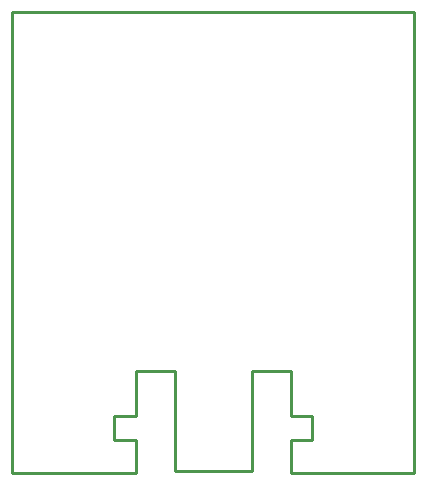
<source format=gko>
G04 Layer: BoardOutline*
G04 EasyEDA v6.4.14, 2021-02-02T13:22:32--5:00*
G04 99f0f78b573744e3acd602d4f8b6235f,d79a69aa59da4e1fbb9b7d465b79b5da,10*
G04 Gerber Generator version 0.2*
G04 Scale: 100 percent, Rotated: No, Reflected: No *
G04 Dimensions in millimeters *
G04 leading zeros omitted , absolute positions ,4 integer and 5 decimal *
%FSLAX45Y45*%
%MOMM*%

%ADD10C,0.2540*%
D10*
X0Y0D02*
G01*
X1054100Y0D01*
X2362200Y0D02*
G01*
X3403600Y0D01*
X2032000Y12700D02*
G01*
X2032000Y863600D01*
X2362200Y863600D01*
X2362200Y482600D01*
X2540000Y482600D01*
X2540000Y279400D01*
X2362200Y279400D01*
X2362200Y0D01*
X1054100Y0D02*
G01*
X1054100Y279400D01*
X863600Y279400D01*
X863600Y482600D01*
X1054100Y482600D01*
X1054100Y863600D01*
X1384300Y863600D01*
X1384300Y12700D01*
X1384300Y12700D02*
G01*
X2032000Y12700D01*
X3403600Y3898900D02*
G01*
X3403600Y0D01*
X0Y3898900D02*
G01*
X3403600Y3898900D01*
X0Y0D02*
G01*
X0Y3898900D01*

%LPD*%
M02*

</source>
